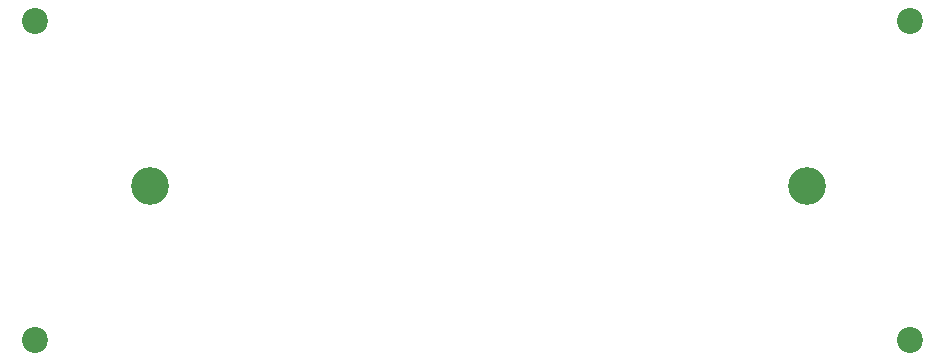
<source format=gbr>
%TF.GenerationSoftware,KiCad,Pcbnew,9.0.6*%
%TF.CreationDate,2026-02-05T22:18:58+05:30*%
%TF.ProjectId,Vitalung_V0.1,56697461-6c75-46e6-975f-56302e312e6b,0.1*%
%TF.SameCoordinates,PX7057c40PY68e7780*%
%TF.FileFunction,NonPlated,1,2,NPTH,Drill*%
%TF.FilePolarity,Positive*%
%FSLAX46Y46*%
G04 Gerber Fmt 4.6, Leading zero omitted, Abs format (unit mm)*
G04 Created by KiCad (PCBNEW 9.0.6) date 2026-02-05 22:18:58*
%MOMM*%
%LPD*%
G01*
G04 APERTURE LIST*
%TA.AperFunction,ComponentDrill*%
%ADD10C,2.200000*%
%TD*%
%TA.AperFunction,ComponentDrill*%
%ADD11C,3.200000*%
%TD*%
G04 APERTURE END LIST*
D10*
%TO.C,H1*%
X3000000Y30000000D03*
%TO.C,H3*%
X3000000Y3000000D03*
%TO.C,H4*%
X77000000Y30000000D03*
%TO.C,H2*%
X77000000Y3000000D03*
D11*
%TO.C,BT1*%
X12720000Y16040000D03*
X68330000Y16040000D03*
M02*

</source>
